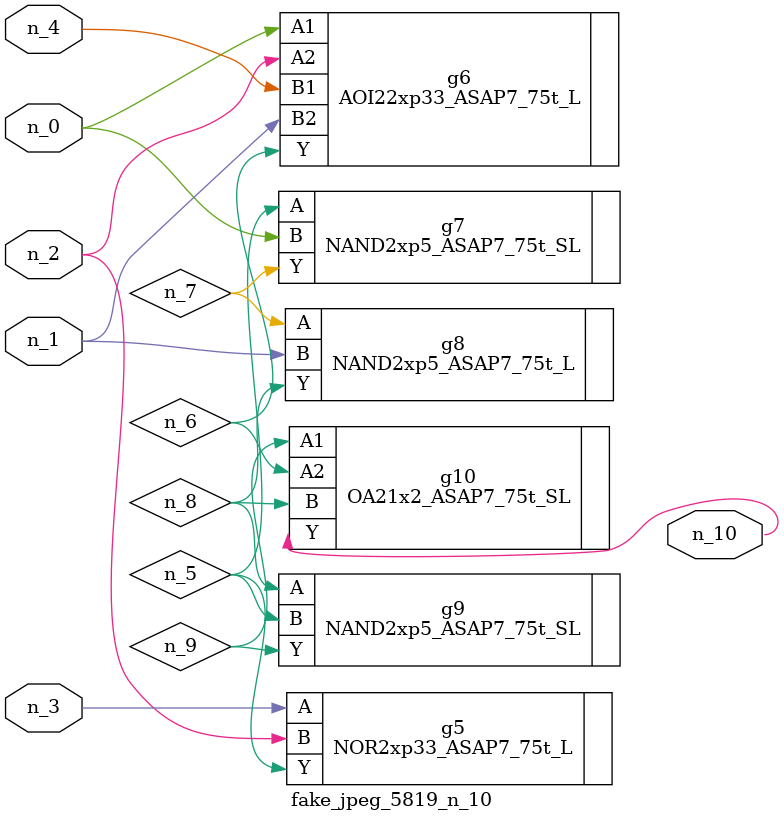
<source format=v>
module fake_jpeg_5819_n_10 (n_3, n_2, n_1, n_0, n_4, n_10);

input n_3;
input n_2;
input n_1;
input n_0;
input n_4;

output n_10;

wire n_8;
wire n_9;
wire n_6;
wire n_5;
wire n_7;

NOR2xp33_ASAP7_75t_L g5 ( 
.A(n_3),
.B(n_2),
.Y(n_5)
);

AOI22xp33_ASAP7_75t_L g6 ( 
.A1(n_0),
.A2(n_2),
.B1(n_4),
.B2(n_1),
.Y(n_6)
);

NAND2xp5_ASAP7_75t_SL g7 ( 
.A(n_5),
.B(n_0),
.Y(n_7)
);

NAND2xp5_ASAP7_75t_L g8 ( 
.A(n_7),
.B(n_1),
.Y(n_8)
);

NAND2xp5_ASAP7_75t_SL g9 ( 
.A(n_8),
.B(n_5),
.Y(n_9)
);

OA21x2_ASAP7_75t_SL g10 ( 
.A1(n_9),
.A2(n_6),
.B(n_8),
.Y(n_10)
);


endmodule
</source>
